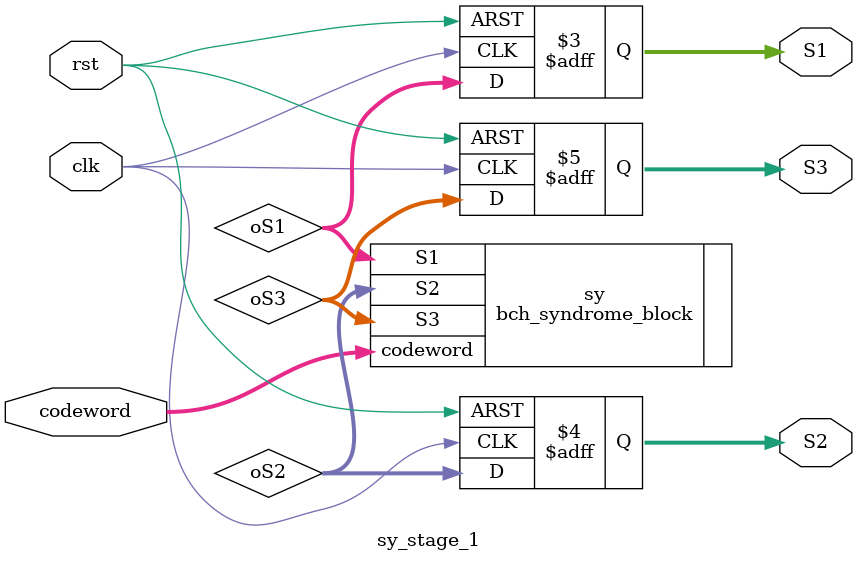
<source format=sv>
`include "../src/bch_syndrome_block.sv"

module sy_stage_1 (
    input logic clk,
    input logic rst,
    input  logic [14:0] codeword,
    output logic [3:0]  S1,
    output logic [3:0]  S2,
    output logic [3:0]  S3
);

wire [3:0] oS1, oS2, oS3;

bch_syndrome_block sy (
    .codeword(codeword),
    .S1(oS1),
    .S2(oS2),
    .S3(oS3)
);

always_ff @(posedge clk or negedge rst) begin
    if (!rst) begin
        S1 <= 0;
        S2 <= 0;
        S3 <= 0;
    end else begin
        S1 <= oS1;
        S2 <= oS2;
        S3 <= oS3;
    end
end

endmodule
</source>
